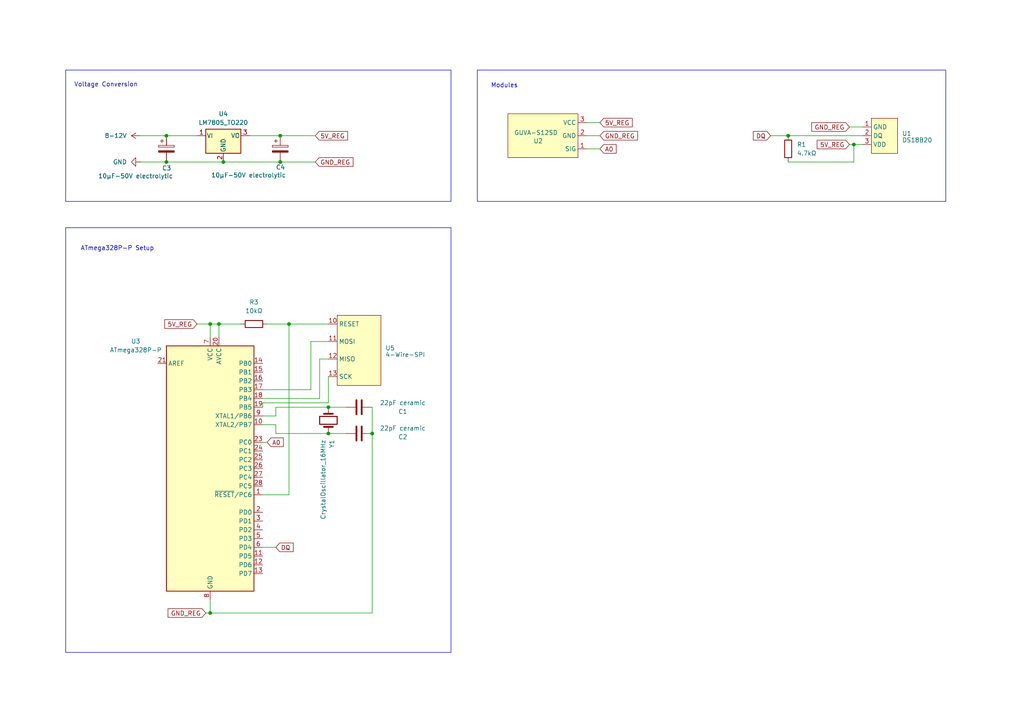
<source format=kicad_sch>
(kicad_sch (version 20250114) (generator "eeschema") (generator_version "9.0")
  (paper "A4")
  (lib_symbols
    (symbol "Arduino_ISPProgrammer:4-Wire-SPI"
      (property "Reference" "U" (at 0 1.778 0))
      (symbol "4-Wire-SPI_1_0"
        (pin input line (at -7.62 -8.89 90) (length 2.54) (name "RESET\n") (number "10"))
        (pin output line (at -2.54 -8.89 90) (length 2.54) (name "MOSI") (number "11"))
        (pin input line (at 2.54 -8.89 90) (length 2.54) (name "MISO") (number "12"))
        (pin input line (at 7.62 -8.89 90) (length 2.54) (name "SCK") (number "13"))
      )
      (symbol "4-Wire-SPI_1_1"
        (rectangle (start -10.16 6.35) (end 10.16 -6.35) (fill (type background)))
      )
    )
    (symbol "DS18B20:DS18B20-MSKSEMI"
      (property "Reference" "U" (at 3.556 0 0))
      (symbol "DS18B20-MSKSEMI_1_0"
        (rectangle (start -2.54 5.08) (end 5.08 -5.08) (fill (type background)))
        (pin power_out line (at -5.08 2.54 0) (length 2.54) (name "GND") (number "1"))
        (pin bidirectional line (at -5.08 0 0) (length 2.54) (name "DQ") (number "2"))
        (pin power_in line (at -5.08 -2.54 0) (length 2.54) (name "VDD") (number "3"))
      )
    )
    (symbol "Device:C" (pin_numbers (hide yes)) (pin_names (offset 0.254))
      (property "Reference" "C" (at 0.635 2.54 0))
      (property "Value" "C" (at 0.635 -2.54 0))
      (symbol "C_0_1"
        (polyline (pts (xy -2.032 0.762) (xy 2.032 0.762)) (stroke (width 0.508)))
        (polyline (pts (xy -2.032 -0.762) (xy 2.032 -0.762)) (stroke (width 0.508)))
      )
      (symbol "C_1_1"
        (pin passive line (at 0 3.81 270) (length 2.794) (name "~") (number "1"))
        (pin passive line (at 0 -3.81 90) (length 2.794) (name "~") (number "2"))
      )
    )
    (symbol "Device:C_Polarized" (pin_numbers (hide yes)) (pin_names (offset 0.254))
      (property "Reference" "C" (at 0.635 2.54 0))
      (property "Value" "C_Polarized" (at 0.635 -2.54 0))
      (symbol "C_Polarized_0_1"
        (rectangle (start -2.286 0.508) (end 2.286 1.016))
        (polyline (pts (xy -1.778 2.286) (xy -0.762 2.286)))
        (polyline (pts (xy -1.27 2.794) (xy -1.27 1.778)))
        (rectangle (start 2.286 -0.508) (end -2.286 -1.016) (fill (type outline)))
      )
      (symbol "C_Polarized_1_1"
        (pin passive line (at 0 3.81 270) (length 2.794) (name "~") (number "1"))
        (pin passive line (at 0 -3.81 90) (length 2.794) (name "~") (number "2"))
      )
    )
    (symbol "Device:Crystal" (pin_numbers (hide yes)) (pin_names (offset 1.016) (hide yes))
      (property "Reference" "Y" (at 0 3.81 0))
      (property "Value" "Crystal" (at 0 -3.81 0))
      (symbol "Crystal_0_1"
        (polyline (pts (xy -2.54 0) (xy -1.905 0)))
        (polyline (pts (xy -1.905 -1.27) (xy -1.905 1.27)) (stroke (width 0.508)))
        (rectangle (start -1.143 2.54) (end 1.143 -2.54) (stroke (width 0.3048)))
        (polyline (pts (xy 1.905 -1.27) (xy 1.905 1.27)) (stroke (width 0.508)))
        (polyline (pts (xy 2.54 0) (xy 1.905 0)))
      )
      (symbol "Crystal_1_1"
        (pin passive line (at -3.81 0 0) (length 1.27) (name "1") (number "1"))
        (pin passive line (at 3.81 0 180) (length 1.27) (name "2") (number "2"))
      )
    )
    (symbol "Device:R" (pin_numbers (hide yes)) (pin_names (offset 0))
      (property "Reference" "R" (at 2.032 0 90))
      (property "Value" "R" (at 0 0 90))
      (symbol "R_0_1"
        (rectangle (start -1.016 -2.54) (end 1.016 2.54) (stroke (width 0.254)))
      )
      (symbol "R_1_1"
        (pin passive line (at 0 3.81 270) (length 1.27) (name "~") (number "1"))
        (pin passive line (at 0 -3.81 90) (length 1.27) (name "~") (number "2"))
      )
    )
    (symbol "MCU_Microchip_ATmega:ATmega328P-P"
      (property "Reference" "U" (at -12.7 36.83 0))
      (property "Value" "ATmega328P-P" (at 2.54 -36.83 0))
      (symbol "ATmega328P-P_0_1"
        (rectangle (start -12.7 -35.56) (end 12.7 35.56) (stroke (width 0.254)) (fill (type background)))
      )
      (symbol "ATmega328P-P_1_1"
        (pin passive line (at -15.24 30.48 0) (length 2.54) (name "AREF") (number "21"))
        (pin power_in line (at 0 38.1 270) (length 2.54) (name "VCC") (number "7"))
        (pin passive line (at 0 -38.1 90) (length 2.54) (hide yes) (name "GND") (number "22"))
        (pin power_in line (at 0 -38.1 90) (length 2.54) (name "GND") (number "8"))
        (pin power_in line (at 2.54 38.1 270) (length 2.54) (name "AVCC") (number "20"))
        (pin bidirectional line (at 15.24 30.48 180) (length 2.54) (name "PB0") (number "14"))
        (pin bidirectional line (at 15.24 27.94 180) (length 2.54) (name "PB1") (number "15"))
        (pin bidirectional line (at 15.24 25.4 180) (length 2.54) (name "PB2") (number "16"))
        (pin bidirectional line (at 15.24 22.86 180) (length 2.54) (name "PB3") (number "17"))
        (pin bidirectional line (at 15.24 20.32 180) (length 2.54) (name "PB4") (number "18"))
        (pin bidirectional line (at 15.24 17.78 180) (length 2.54) (name "PB5") (number "19"))
        (pin bidirectional line (at 15.24 15.24 180) (length 2.54) (name "XTAL1/PB6") (number "9"))
        (pin bidirectional line (at 15.24 12.7 180) (length 2.54) (name "XTAL2/PB7") (number "10"))
        (pin bidirectional line (at 15.24 7.62 180) (length 2.54) (name "PC0") (number "23"))
        (pin bidirectional line (at 15.24 5.08 180) (length 2.54) (name "PC1") (number "24"))
        (pin bidirectional line (at 15.24 2.54 180) (length 2.54) (name "PC2") (number "25"))
        (pin bidirectional line (at 15.24 0 180) (length 2.54) (name "PC3") (number "26"))
        (pin bidirectional line (at 15.24 -2.54 180) (length 2.54) (name "PC4") (number "27"))
        (pin bidirectional line (at 15.24 -5.08 180) (length 2.54) (name "PC5") (number "28"))
        (pin bidirectional line (at 15.24 -7.62 180) (length 2.54) (name "~{RESET}/PC6") (number "1"))
        (pin bidirectional line (at 15.24 -12.7 180) (length 2.54) (name "PD0") (number "2"))
        (pin bidirectional line (at 15.24 -15.24 180) (length 2.54) (name "PD1") (number "3"))
        (pin bidirectional line (at 15.24 -17.78 180) (length 2.54) (name "PD2") (number "4"))
        (pin bidirectional line (at 15.24 -20.32 180) (length 2.54) (name "PD3") (number "5"))
        (pin bidirectional line (at 15.24 -22.86 180) (length 2.54) (name "PD4") (number "6"))
        (pin bidirectional line (at 15.24 -25.4 180) (length 2.54) (name "PD5") (number "11"))
        (pin bidirectional line (at 15.24 -27.94 180) (length 2.54) (name "PD6") (number "12"))
        (pin bidirectional line (at 15.24 -30.48 180) (length 2.54) (name "PD7") (number "13"))
      )
    )
    (symbol "Regulator_Linear:LM7805_TO220" (pin_names (offset 0.254))
      (property "Reference" "U" (at -3.81 3.175 0))
      (property "Value" "LM7805_TO220" (at 0 3.175 0))
      (symbol "LM7805_TO220_0_1"
        (rectangle (start -5.08 1.905) (end 5.08 -5.08) (stroke (width 0.254)) (fill (type background)))
      )
      (symbol "LM7805_TO220_1_1"
        (pin power_in line (at -7.62 0 0) (length 2.54) (name "VI") (number "1"))
        (pin power_in line (at 0 -7.62 90) (length 2.54) (name "GND") (number "2"))
        (pin power_out line (at 7.62 0 180) (length 2.54) (name "VO") (number "3"))
      )
    )
    (symbol "guva_s12sd:SZFYDOSH_11x27mm_Sensor"
      (property "Reference" "U" (at 0 6.35 0))
      (symbol "SZFYDOSH_11x27mm_Sensor_1_1"
        (rectangle (start -6.35 10.16) (end 6.35 -10.16) (fill (type background)))
        (pin output line (at -3.81 -12.7 90) (length 2.54) (name "SIG") (number "1"))
        (pin power_out line (at 0 -12.7 90) (length 2.54) (name "GND") (number "2"))
        (pin power_in line (at 3.81 -12.7 90) (length 2.54) (name "VCC") (number "3"))
      )
    )
    (symbol "power:+12V" (power) (pin_numbers (hide yes)) (pin_names (offset 0) (hide yes))
      (property "Value" "+12V" (at 0 3.556 0))
      (symbol "+12V_0_1"
        (polyline (pts (xy -0.762 1.27) (xy 0 2.54)))
        (polyline (pts (xy 0 2.54) (xy 0.762 1.27)))
        (polyline (pts (xy 0 0) (xy 0 2.54)))
      )
      (symbol "+12V_1_1"
        (pin power_in line (at 0 0 90) (length 0) (name "~") (number "1"))
      )
    )
    (symbol "power:GND" (power) (pin_numbers (hide yes)) (pin_names (offset 0) (hide yes))
      (property "Value" "GND" (at 0 -3.81 0))
      (symbol "GND_0_1"
        (polyline (pts (xy 0 0) (xy 0 -1.27) (xy 1.27 -1.27) (xy 0 -2.54) (xy -1.27 -1.27) (xy 0 -1.27)))
      )
      (symbol "GND_1_1"
        (pin power_in line (at 0 0 270) (length 0) (name "~") (number "1"))
      )
    )
  )
  (rectangle (start 19.05 66.04) (end 130.81 189.23))
  (rectangle (start 138.43 20.32) (end 274.32 58.42))
  (rectangle (start 19.05 20.32) (end 130.81 58.42))
  (text "ATmega328P-P Setup" (at 34.036 72.136 0) (effects (font (size 1.27 1.27))))
  (text "Voltage Conversion" (at 30.734 24.638 0) (effects (font (size 1.27 1.27))))
  (text "Modules" (at 146.304 24.892 0) (effects (font (size 1.27 1.27))))
  (junction (at 81.28 46.99))
  (junction (at 83.82 93.98))
  (junction (at 60.96 177.8))
  (junction (at 81.28 39.37))
  (junction (at 60.96 93.98))
  (junction (at 95.25 125.73))
  (junction (at 247.65 41.91))
  (junction (at 48.26 46.99))
  (junction (at 107.95 125.73))
  (junction (at 48.26 39.37))
  (junction (at 95.25 118.11))
  (junction (at 63.5 93.98))
  (junction (at 228.6 39.37))
  (junction (at 64.77 46.99))
  (wire (pts (xy 60.96 93.98) (xy 63.5 93.98)))
  (wire (pts (xy 57.15 93.98) (xy 60.96 93.98)))
  (wire (pts (xy 247.65 46.99) (xy 247.65 41.91)))
  (wire (pts (xy 92.71 104.14) (xy 95.25 104.14)))
  (wire (pts (xy 107.95 125.73) (xy 107.95 177.8)))
  (wire (pts (xy 170.18 39.37) (xy 173.99 39.37)))
  (wire (pts (xy 40.64 39.37) (xy 48.26 39.37)))
  (wire (pts (xy 72.39 39.37) (xy 81.28 39.37)))
  (wire (pts (xy 60.96 177.8) (xy 60.96 173.99)))
  (wire (pts (xy 81.28 46.99) (xy 91.44 46.99)))
  (wire (pts (xy 100.33 125.73) (xy 95.25 125.73)))
  (wire (pts (xy 76.2 128.27) (xy 77.47 128.27)))
  (wire (pts (xy 107.95 118.11) (xy 107.95 125.73)))
  (wire (pts (xy 170.18 43.18) (xy 173.99 43.18)))
  (wire (pts (xy 80.01 125.73) (xy 80.01 123.19)))
  (wire (pts (xy 95.25 109.22) (xy 95.25 116.84)))
  (wire (pts (xy 170.18 35.56) (xy 173.99 35.56)))
  (wire (pts (xy 107.95 177.8) (xy 60.96 177.8)))
  (wire (pts (xy 48.26 39.37) (xy 57.15 39.37)))
  (wire (pts (xy 90.17 99.06) (xy 95.25 99.06)))
  (wire (pts (xy 80.01 123.19) (xy 76.2 123.19)))
  (wire (pts (xy 60.96 93.98) (xy 60.96 97.79)))
  (wire (pts (xy 223.52 39.37) (xy 228.6 39.37)))
  (wire (pts (xy 76.2 113.03) (xy 90.17 113.03)))
  (wire (pts (xy 64.77 46.99) (xy 81.28 46.99)))
  (wire (pts (xy 100.33 118.11) (xy 95.25 118.11)))
  (wire (pts (xy 228.6 46.99) (xy 247.65 46.99)))
  (wire (pts (xy 95.25 125.73) (xy 80.01 125.73)))
  (wire (pts (xy 76.2 143.51) (xy 83.82 143.51)))
  (wire (pts (xy 246.38 36.83) (xy 250.19 36.83)))
  (wire (pts (xy 77.47 93.98) (xy 83.82 93.98)))
  (wire (pts (xy 76.2 158.75) (xy 80.01 158.75)))
  (wire (pts (xy 40.64 46.99) (xy 48.26 46.99)))
  (wire (pts (xy 246.38 41.91) (xy 247.65 41.91)))
  (wire (pts (xy 90.17 99.06) (xy 90.17 113.03)))
  (wire (pts (xy 80.01 118.11) (xy 80.01 120.65)))
  (wire (pts (xy 76.2 115.57) (xy 92.71 115.57)))
  (wire (pts (xy 80.01 120.65) (xy 76.2 120.65)))
  (wire (pts (xy 63.5 93.98) (xy 69.85 93.98)))
  (wire (pts (xy 83.82 93.98) (xy 83.82 143.51)))
  (wire (pts (xy 59.69 177.8) (xy 60.96 177.8)))
  (wire (pts (xy 81.28 39.37) (xy 91.44 39.37)))
  (wire (pts (xy 48.26 46.99) (xy 64.77 46.99)))
  (wire (pts (xy 95.25 118.11) (xy 80.01 118.11)))
  (wire (pts (xy 92.71 104.14) (xy 92.71 115.57)))
  (wire (pts (xy 76.2 118.11) (xy 76.2 116.84)))
  (wire (pts (xy 76.2 116.84) (xy 95.25 116.84)))
  (wire (pts (xy 83.82 93.98) (xy 95.25 93.98)))
  (wire (pts (xy 63.5 93.98) (xy 63.5 97.79)))
  (wire (pts (xy 247.65 41.91) (xy 250.19 41.91)))
  (wire (pts (xy 228.6 39.37) (xy 250.19 39.37)))
  (global_label "GND_REG" (shape input) (at 59.69 177.8 180) (property "Intersheetrefs" "${INTERSHEET_REFS}" (effects (hide yes))))
  (global_label "DQ" (shape input) (at 80.01 158.75 0) (property "Intersheetrefs" "${INTERSHEET_REFS}" (effects (hide yes))))
  (global_label "GND_REG" (shape input) (at 91.44 46.99 0) (property "Intersheetrefs" "${INTERSHEET_REFS}" (effects (hide yes))))
  (global_label "5V_REG" (shape input) (at 91.44 39.37 0) (property "Intersheetrefs" "${INTERSHEET_REFS}" (effects (hide yes))))
  (global_label "GND_REG" (shape input) (at 246.38 36.83 180) (property "Intersheetrefs" "${INTERSHEET_REFS}" (effects (hide yes))))
  (global_label "A0" (shape input) (at 173.99 43.18 0) (property "Intersheetrefs" "${INTERSHEET_REFS}" (effects (hide yes))))
  (global_label "A0" (shape input) (at 77.47 128.27 0) (property "Intersheetrefs" "${INTERSHEET_REFS}" (effects (hide yes))))
  (global_label "5V_REG" (shape input) (at 57.15 93.98 180) (property "Intersheetrefs" "${INTERSHEET_REFS}" (effects (hide yes))))
  (global_label "DQ" (shape input) (at 223.52 39.37 180) (property "Intersheetrefs" "${INTERSHEET_REFS}" (effects (hide yes))))
  (global_label "GND_REG" (shape input) (at 173.99 39.37 0) (property "Intersheetrefs" "${INTERSHEET_REFS}" (effects (hide yes))))
  (global_label "5V_REG" (shape input) (at 173.99 35.56 0) (property "Intersheetrefs" "${INTERSHEET_REFS}" (effects (hide yes))))
  (global_label "5V_REG" (shape input) (at 246.38 41.91 180) (property "Intersheetrefs" "${INTERSHEET_REFS}" (effects (hide yes))))
  (symbol (lib_id "power:GND") (at 40.64 46.99 270) (unit 1)
    (property "Reference" "#PWR02" (effects (hide yes)))
    (property "Value" "GND" (at 36.83 46.9899 90) (effects (justify right)))
    (property "Description" "Power symbol creates a global label with name \"GND\" , ground" (effects (hide yes)))
  )
  (symbol (lib_id "Device:C") (at 104.14 125.73 90) (unit 1)
    (property "Reference" "C2" (at 116.84 126.746 90))
    (property "Value" "22pF ceramic" (at 116.84 124.206 90))
    (property "Footprint" "Capacitor_SMD:C_0402_1005Metric" (effects (hide yes)))
    (property "Description" "Unpolarized capacitor" (effects (hide yes)))
  )
  (symbol (lib_id "Device:Crystal") (at 95.25 121.92 270) (unit 1)
    (property "Reference" "Y1" (at 96.266 127.508 0) (effects (justify left)))
    (property "Value" "CrystalOscillator_16MHz" (at 93.726 127.508 0) (effects (justify left)))
    (property "Footprint" "Crystal:Crystal_HC49-U_Vertical" (effects (hide yes)))
    (property "Description" "Two pin crystal" (effects (hide yes)))
  )
  (symbol (lib_id "Device:C_Polarized") (at 48.26 43.18 0) (unit 1)
    (property "Reference" "C3" (at 46.99 48.768 0) (effects (justify left)))
    (property "Value" "10µF-50V electrolytic" (at 28.448 51.054 0) (effects (justify left)))
    (property "Footprint" "Capacitor_SMD:C_1206_3216Metric" (effects (hide yes)))
    (property "Description" "Polarized capacitor" (effects (hide yes)))
  )
  (symbol (lib_id "Device:R") (at 228.6 43.18 0) (unit 1)
    (property "Reference" "R1" (at 231.14 41.9099 0) (effects (justify left)))
    (property "Value" "4.7kΩ" (at 231.14 44.4499 0) (effects (justify left)))
    (property "Footprint" "Resistor_SMD:R_0402_1005Metric" (effects (hide yes)))
    (property "Description" "Resistor" (effects (hide yes)))
  )
  (symbol (lib_id "DS18B20:DS18B20-MSKSEMI") (at 255.27 39.37 0) (unit 1)
    (property "Reference" "U1" (at 261.62 38.7349 0) (effects (justify left)))
    (property "Value" "DS18B20" (at 261.62 40.64 0) (effects (justify left)))
    (property "Footprint" "DS18B20:DS18B20-MSKSEMI" (effects (hide yes)))
    (property "Datasheet" "." (effects (hide yes)))
    (property "Description" "." (effects (hide yes)))
    (property "Manufacturer Part" "." (effects (hide yes)))
    (property "Manufacturer" "." (effects (hide yes)))
    (property "Supplier Part" "." (effects (hide yes)))
    (property "Supplier" "." (effects (hide yes)))
    (property "LCSC Part Name" "." (effects (hide yes)))
  )
  (symbol (lib_id "Device:R") (at 73.66 93.98 90) (unit 1)
    (property "Reference" "R3" (at 73.66 87.63 90))
    (property "Value" "10kΩ" (at 73.66 90.17 90))
    (property "Footprint" "Resistor_SMD:R_0603_1608Metric" (effects (hide yes)))
    (property "Description" "Resistor" (effects (hide yes)))
  )
  (symbol (lib_id "Arduino_ISPProgrammer:4-Wire-SPI") (at 104.14 101.6 270) (unit 1)
    (property "Reference" "U5" (at 111.76 100.9649 90) (effects (justify left)))
    (property "Value" "4-Wire-SPI" (at 111.76 102.87 90) (effects (justify left)))
    (property "Footprint" "Arduino_ISPProgrammer:4-Wire-SPI" (effects (hide yes)))
  )
  (symbol (lib_id "power:+12V") (at 40.64 39.37 90) (unit 1)
    (property "Reference" "#PWR01" (effects (hide yes)))
    (property "Value" "8-12V" (at 36.83 39.3699 90) (effects (justify left)))
    (property "Description" "Power symbol creates a global label with name \"+12V\"" (effects (hide yes)))
  )
  (symbol (lib_id "Regulator_Linear:LM7805_TO220") (at 64.77 39.37 0) (unit 1)
    (property "Reference" "U4" (at 64.77 33.02 0))
    (property "Value" "LM7805_TO220" (at 64.77 35.56 0))
    (property "Footprint" "Package_TO_SOT_THT:TO-220-3_Vertical" (effects (hide yes)))
    (property "Datasheet" "https://www.onsemi.cn/PowerSolutions/document/MC7800-D.PDF" (effects (hide yes)))
    (property "Description" "Positive 1A 35V Linear Regulator, Fixed Output 5V, TO-220" (effects (hide yes)))
  )
  (symbol (lib_id "guva_s12sd:SZFYDOSH_11x27mm_Sensor") (at 157.48 39.37 90) (unit 1)
    (property "Reference" "U2" (at 157.48 40.894 90) (effects (justify left)))
    (property "Value" "GUVA-S12SD" (at 161.798 38.4809 90) (effects (justify left)))
    (property "Footprint" "guva-s12sd:SZFYDOSH_11x27mm_Sensor" (effects (hide yes)))
  )
  (symbol (lib_id "MCU_Microchip_ATmega:ATmega328P-P") (at 60.96 135.89 0) (unit 1)
    (property "Reference" "U3" (at 39.37 98.9898 0))
    (property "Value" "ATmega328P-P" (at 39.37 101.5298 0))
    (property "Footprint" "Package_DIP:DIP-28_W7.62mm" (effects (hide yes)))
    (property "Datasheet" "http://ww1.microchip.com/downloads/en/DeviceDoc/ATmega328_P%20AVR%20MCU%20with%20picoPower%20Technology%20Data%20Sheet%2040001984A.pdf" (effects (hide yes)))
    (property "Description" "20MHz, 32kB Flash, 2kB SRAM, 1kB EEPROM, DIP-28" (effects (hide yes)))
  )
  (symbol (lib_id "Device:C_Polarized") (at 81.28 43.18 0) (unit 1)
    (property "Reference" "C4" (at 80.01 48.514 0) (effects (justify left)))
    (property "Value" "10µF-50V electrolytic" (at 61.214 50.8 0) (effects (justify left)))
    (property "Footprint" "Capacitor_SMD:C_1206_3216Metric" (effects (hide yes)))
    (property "Description" "Polarized capacitor" (effects (hide yes)))
  )
  (symbol (lib_id "Device:C") (at 104.14 118.11 270) (unit 1)
    (property "Reference" "C1" (at 116.84 119.38 90))
    (property "Value" "22pF ceramic" (at 116.84 116.84 90))
    (property "Footprint" "Capacitor_SMD:C_0402_1005Metric" (effects (hide yes)))
    (property "Description" "Unpolarized capacitor" (effects (hide yes)))
  )
)
</source>
